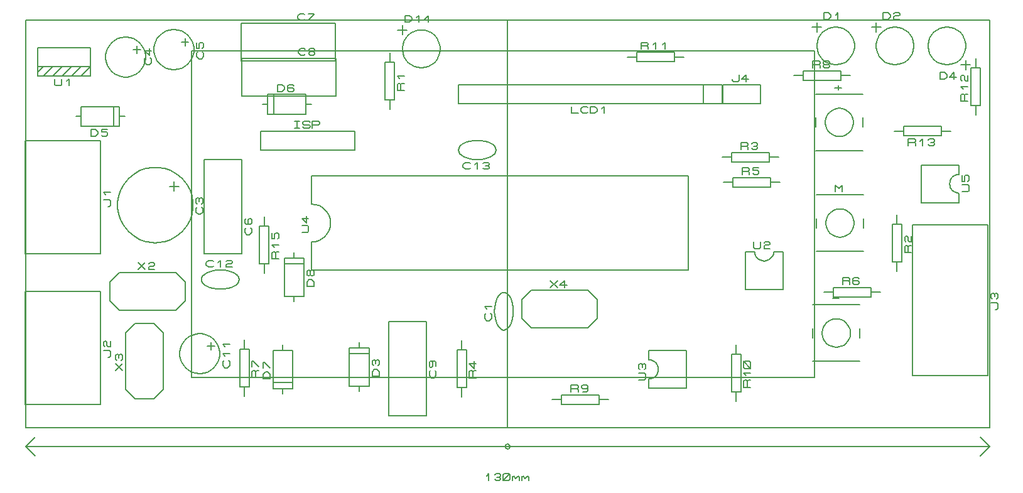
<source format=gbr>
G04 PROTEUS GERBER X2 FILE*
%TF.GenerationSoftware,Labcenter,Proteus,8.6-SP2-Build23525*%
%TF.CreationDate,2017-11-29T10:51:07+00:00*%
%TF.FileFunction,Legend,Top*%
%TF.FilePolarity,Positive*%
%TF.Part,Single*%
%FSLAX45Y45*%
%MOMM*%
G01*
%TA.AperFunction,Profile*%
%ADD27C,0.203200*%
%TA.AperFunction,Material*%
%ADD31C,0.203200*%
%TA.AperFunction,NonMaterial*%
%ADD32C,0.203200*%
%TD.AperFunction*%
D27*
X-8250000Y-4000000D02*
X+4750000Y-4000000D01*
X+4750000Y+1500000D01*
X-8250000Y+1500000D01*
X-8250000Y-4000000D01*
D31*
X-4139000Y-1238000D02*
X-4144080Y-1186248D01*
X-4158685Y-1138305D01*
X-4181862Y-1095125D01*
X-4212660Y-1057660D01*
X-4250125Y-1026862D01*
X-4293305Y-1003685D01*
X-4341248Y-989080D01*
X-4393000Y-984000D01*
X-4139000Y-1238000D02*
X-4144080Y-1290482D01*
X-4158685Y-1338767D01*
X-4181862Y-1381991D01*
X-4212660Y-1419292D01*
X-4250125Y-1449807D01*
X-4293305Y-1472672D01*
X-4341248Y-1487024D01*
X-4393000Y-1492000D01*
X-4393000Y-984000D02*
X-4393000Y-603000D01*
X+687000Y-603000D02*
X+687000Y-1873000D01*
X-4393000Y-1873000D02*
X-4393000Y-1492000D01*
X-4393000Y-603000D02*
X+687000Y-603000D01*
X-4393000Y-1873000D02*
X+687000Y-1873000D01*
X-4525080Y-1365000D02*
X-4448880Y-1365000D01*
X-4433640Y-1349125D01*
X-4433640Y-1285625D01*
X-4448880Y-1269750D01*
X-4525080Y-1269750D01*
X-4464120Y-1142750D02*
X-4464120Y-1238000D01*
X-4525080Y-1174500D01*
X-4433640Y-1174500D01*
D32*
X-8250000Y-4250000D02*
X+4750000Y-4250000D01*
X-8250000Y-4250000D02*
X-8123000Y-4377000D01*
X-8250000Y-4250000D02*
X-8123000Y-4123000D01*
X+4750000Y-4250000D02*
X+4623000Y-4123000D01*
X+4750000Y-4250000D02*
X+4623000Y-4377000D01*
X-1718250Y-4250000D02*
X-1718359Y-4247366D01*
X-1719249Y-4242097D01*
X-1721111Y-4236828D01*
X-1724154Y-4231559D01*
X-1728809Y-4226357D01*
X-1734078Y-4222531D01*
X-1739347Y-4220091D01*
X-1744616Y-4218710D01*
X-1749885Y-4218250D01*
X-1750000Y-4218250D01*
X-1781750Y-4250000D02*
X-1781641Y-4247366D01*
X-1780751Y-4242097D01*
X-1778889Y-4236828D01*
X-1775846Y-4231559D01*
X-1771191Y-4226357D01*
X-1765922Y-4222531D01*
X-1760653Y-4220091D01*
X-1755384Y-4218710D01*
X-1750115Y-4218250D01*
X-1750000Y-4218250D01*
X-1781750Y-4250000D02*
X-1781641Y-4252634D01*
X-1780751Y-4257903D01*
X-1778889Y-4263172D01*
X-1775846Y-4268441D01*
X-1771191Y-4273643D01*
X-1765922Y-4277469D01*
X-1760653Y-4279909D01*
X-1755384Y-4281290D01*
X-1750115Y-4281750D01*
X-1750000Y-4281750D01*
X-1718250Y-4250000D02*
X-1718359Y-4252634D01*
X-1719249Y-4257903D01*
X-1721111Y-4263172D01*
X-1724154Y-4268441D01*
X-1728809Y-4273643D01*
X-1734078Y-4277469D01*
X-1739347Y-4279909D01*
X-1744616Y-4281290D01*
X-1749885Y-4281750D01*
X-1750000Y-4281750D01*
X-2035750Y-4648400D02*
X-2004000Y-4617920D01*
X-2004000Y-4709360D01*
X-1924625Y-4633160D02*
X-1908750Y-4617920D01*
X-1861125Y-4617920D01*
X-1845250Y-4633160D01*
X-1845250Y-4648400D01*
X-1861125Y-4663640D01*
X-1845250Y-4678880D01*
X-1845250Y-4694120D01*
X-1861125Y-4709360D01*
X-1908750Y-4709360D01*
X-1924625Y-4694120D01*
X-1892875Y-4663640D02*
X-1861125Y-4663640D01*
X-1813500Y-4694120D02*
X-1813500Y-4633160D01*
X-1797625Y-4617920D01*
X-1734125Y-4617920D01*
X-1718250Y-4633160D01*
X-1718250Y-4694120D01*
X-1734125Y-4709360D01*
X-1797625Y-4709360D01*
X-1813500Y-4694120D01*
X-1813500Y-4709360D02*
X-1718250Y-4617920D01*
X-1686500Y-4709360D02*
X-1686500Y-4648400D01*
X-1686500Y-4663640D02*
X-1670625Y-4648400D01*
X-1638875Y-4678880D01*
X-1607125Y-4648400D01*
X-1591250Y-4663640D01*
X-1591250Y-4709360D01*
X-1559500Y-4709360D02*
X-1559500Y-4648400D01*
X-1559500Y-4663640D02*
X-1543625Y-4648400D01*
X-1511875Y-4678880D01*
X-1480125Y-4648400D01*
X-1464250Y-4663640D01*
X-1464250Y-4709360D01*
D31*
X-1750000Y-4000000D02*
X-1750000Y+1500000D01*
X-7239000Y-127000D02*
X-8255000Y-127000D01*
X-7239000Y-1651000D02*
X-8255000Y-1651000D01*
X-8255000Y-127000D02*
X-8255000Y-1651000D01*
X-7239000Y-1651000D02*
X-7239000Y-127000D01*
X-7137400Y-1016000D02*
X-7122160Y-1016000D01*
X-7106920Y-1000125D01*
X-7106920Y-936625D01*
X-7122160Y-920750D01*
X-7198360Y-920750D01*
X-7167880Y-857250D02*
X-7198360Y-825500D01*
X-7106920Y-825500D01*
X-7501080Y+65380D02*
X-6982920Y+65380D01*
X-6982920Y+332080D01*
X-7501080Y+332080D01*
X-7501080Y+65380D01*
X-7064200Y+67920D02*
X-7064200Y+329540D01*
X-6911800Y+200000D02*
X-6982920Y+200000D01*
X-7501080Y+200000D02*
X-7572200Y+200000D01*
X-7369000Y-66700D02*
X-7369000Y+24740D01*
X-7305500Y+24740D01*
X-7273750Y-5740D01*
X-7273750Y-36220D01*
X-7305500Y-66700D01*
X-7369000Y-66700D01*
X-7146750Y+24740D02*
X-7226125Y+24740D01*
X-7226125Y-5740D01*
X-7162625Y-5740D01*
X-7146750Y-20980D01*
X-7146750Y-51460D01*
X-7162625Y-66700D01*
X-7210250Y-66700D01*
X-7226125Y-51460D01*
X-5992000Y-996000D02*
X-5993553Y-956313D01*
X-6006150Y-876938D01*
X-6032360Y-797563D01*
X-6074695Y-718188D01*
X-6138778Y-638813D01*
X-6218142Y-573365D01*
X-6297517Y-530098D01*
X-6376892Y-503143D01*
X-6456267Y-489886D01*
X-6500000Y-488000D01*
X-7008000Y-996000D02*
X-7006447Y-956313D01*
X-6993850Y-876938D01*
X-6967640Y-797563D01*
X-6925305Y-718188D01*
X-6861222Y-638813D01*
X-6781858Y-573365D01*
X-6702483Y-530098D01*
X-6623108Y-503143D01*
X-6543733Y-489886D01*
X-6500000Y-488000D01*
X-7008000Y-996000D02*
X-7006447Y-1035687D01*
X-6993850Y-1115062D01*
X-6967640Y-1194437D01*
X-6925305Y-1273812D01*
X-6861222Y-1353187D01*
X-6781858Y-1418635D01*
X-6702483Y-1461902D01*
X-6623108Y-1488857D01*
X-6543733Y-1502114D01*
X-6500000Y-1504000D01*
X-5992000Y-996000D02*
X-5993553Y-1035687D01*
X-6006150Y-1115062D01*
X-6032360Y-1194437D01*
X-6074695Y-1273812D01*
X-6138778Y-1353187D01*
X-6218142Y-1418635D01*
X-6297517Y-1461902D01*
X-6376892Y-1488857D01*
X-6456267Y-1502114D01*
X-6500000Y-1504000D01*
X-6246000Y-678500D02*
X-6246000Y-805500D01*
X-6182500Y-742000D02*
X-6309500Y-742000D01*
X-5875160Y-1027490D02*
X-5859920Y-1043365D01*
X-5859920Y-1090990D01*
X-5890400Y-1122740D01*
X-5920880Y-1122740D01*
X-5951360Y-1090990D01*
X-5951360Y-1043365D01*
X-5936120Y-1027490D01*
X-5936120Y-979865D02*
X-5951360Y-963990D01*
X-5951360Y-916365D01*
X-5936120Y-900490D01*
X-5920880Y-900490D01*
X-5905640Y-916365D01*
X-5890400Y-900490D01*
X-5875160Y-900490D01*
X-5859920Y-916365D01*
X-5859920Y-963990D01*
X-5875160Y-979865D01*
X-5905640Y-948115D02*
X-5905640Y-916365D01*
X-5842000Y-1651000D02*
X-5334000Y-1651000D01*
X-5334000Y-381000D01*
X-5842000Y-381000D01*
X-5842000Y-1651000D01*
X-5217160Y-1301750D02*
X-5201920Y-1317625D01*
X-5201920Y-1365250D01*
X-5232400Y-1397000D01*
X-5262880Y-1397000D01*
X-5293360Y-1365250D01*
X-5293360Y-1317625D01*
X-5278120Y-1301750D01*
X-5278120Y-1174750D02*
X-5293360Y-1190625D01*
X-5293360Y-1238250D01*
X-5278120Y-1254125D01*
X-5217160Y-1254125D01*
X-5201920Y-1238250D01*
X-5201920Y-1190625D01*
X-5217160Y-1174750D01*
X-5232400Y-1174750D01*
X-5247640Y-1190625D01*
X-5247640Y-1254125D01*
X-8084200Y+873000D02*
X-7373000Y+873000D01*
X-7373000Y+1127000D01*
X-8084200Y+1127000D01*
X-8084200Y+873000D01*
X-7373000Y+873000D02*
X-7373000Y+746000D01*
X-8084200Y+746000D01*
X-8084200Y+873000D01*
X-7373000Y+873000D02*
X-7500000Y+746000D01*
X-7500000Y+873000D02*
X-7627000Y+746000D01*
X-7627000Y+873000D02*
X-7754000Y+746000D01*
X-7754000Y+873000D02*
X-7881000Y+746000D01*
X-7881000Y+873000D02*
X-8008000Y+746000D01*
X-8008000Y+873000D02*
X-8084200Y+796800D01*
X-7855600Y+705360D02*
X-7855600Y+629160D01*
X-7839725Y+613920D01*
X-7776225Y+613920D01*
X-7760350Y+629160D01*
X-7760350Y+705360D01*
X-7696850Y+674880D02*
X-7665100Y+705360D01*
X-7665100Y+613920D01*
X-6630000Y+1000000D02*
X-6630876Y+1021729D01*
X-6637988Y+1065189D01*
X-6652825Y+1108649D01*
X-6676924Y+1152109D01*
X-6713731Y+1195458D01*
X-6757191Y+1229141D01*
X-6800651Y+1251057D01*
X-6844111Y+1264152D01*
X-6887571Y+1269714D01*
X-6900000Y+1270000D01*
X-7170000Y+1000000D02*
X-7169124Y+1021729D01*
X-7162012Y+1065189D01*
X-7147175Y+1108649D01*
X-7123076Y+1152109D01*
X-7086269Y+1195458D01*
X-7042809Y+1229141D01*
X-6999349Y+1251057D01*
X-6955889Y+1264152D01*
X-6912429Y+1269714D01*
X-6900000Y+1270000D01*
X-7170000Y+1000000D02*
X-7169124Y+978271D01*
X-7162012Y+934811D01*
X-7147175Y+891351D01*
X-7123076Y+847891D01*
X-7086269Y+804542D01*
X-7042809Y+770859D01*
X-6999349Y+748943D01*
X-6955889Y+735848D01*
X-6912429Y+730286D01*
X-6900000Y+730000D01*
X-6630000Y+1000000D02*
X-6630876Y+978271D01*
X-6637988Y+934811D01*
X-6652825Y+891351D01*
X-6676924Y+847891D01*
X-6713731Y+804542D01*
X-6757191Y+770859D01*
X-6800651Y+748943D01*
X-6844111Y+735848D01*
X-6887571Y+730286D01*
X-6900000Y+730000D01*
X-6700000Y+1100000D02*
X-6800000Y+1100000D01*
X-6750000Y+1150000D02*
X-6750000Y+1050000D01*
X-6567160Y+987890D02*
X-6551920Y+972015D01*
X-6551920Y+924390D01*
X-6582400Y+892640D01*
X-6612880Y+892640D01*
X-6643360Y+924390D01*
X-6643360Y+972015D01*
X-6628120Y+987890D01*
X-6582400Y+1114890D02*
X-6582400Y+1019640D01*
X-6643360Y+1083140D01*
X-6551920Y+1083140D01*
X-5980000Y+1100000D02*
X-5980876Y+1121729D01*
X-5987988Y+1165189D01*
X-6002825Y+1208649D01*
X-6026924Y+1252109D01*
X-6063731Y+1295458D01*
X-6107191Y+1329141D01*
X-6150651Y+1351057D01*
X-6194111Y+1364152D01*
X-6237571Y+1369714D01*
X-6250000Y+1370000D01*
X-6520000Y+1100000D02*
X-6519124Y+1121729D01*
X-6512012Y+1165189D01*
X-6497175Y+1208649D01*
X-6473076Y+1252109D01*
X-6436269Y+1295458D01*
X-6392809Y+1329141D01*
X-6349349Y+1351057D01*
X-6305889Y+1364152D01*
X-6262429Y+1369714D01*
X-6250000Y+1370000D01*
X-6520000Y+1100000D02*
X-6519124Y+1078271D01*
X-6512012Y+1034811D01*
X-6497175Y+991351D01*
X-6473076Y+947891D01*
X-6436269Y+904542D01*
X-6392809Y+870859D01*
X-6349349Y+848943D01*
X-6305889Y+835848D01*
X-6262429Y+830286D01*
X-6250000Y+830000D01*
X-5980000Y+1100000D02*
X-5980876Y+1078271D01*
X-5987988Y+1034811D01*
X-6002825Y+991351D01*
X-6026924Y+947891D01*
X-6063731Y+904542D01*
X-6107191Y+870859D01*
X-6150651Y+848943D01*
X-6194111Y+835848D01*
X-6237571Y+830286D01*
X-6250000Y+830000D01*
X-6050000Y+1200000D02*
X-6150000Y+1200000D01*
X-6100000Y+1250000D02*
X-6100000Y+1150000D01*
X-5863160Y+1069190D02*
X-5847920Y+1053315D01*
X-5847920Y+1005690D01*
X-5878400Y+973940D01*
X-5908880Y+973940D01*
X-5939360Y+1005690D01*
X-5939360Y+1053315D01*
X-5924120Y+1069190D01*
X-5939360Y+1196190D02*
X-5939360Y+1116815D01*
X-5908880Y+1116815D01*
X-5908880Y+1180315D01*
X-5893640Y+1196190D01*
X-5863160Y+1196190D01*
X-5847920Y+1180315D01*
X-5847920Y+1132690D01*
X-5863160Y+1116815D01*
X-5343000Y+946000D02*
X-4073000Y+946000D01*
X-4073000Y+1454000D01*
X-5343000Y+1454000D01*
X-5343000Y+946000D01*
X-4485750Y+1509880D02*
X-4501625Y+1494640D01*
X-4549250Y+1494640D01*
X-4581000Y+1525120D01*
X-4581000Y+1555600D01*
X-4549250Y+1586080D01*
X-4501625Y+1586080D01*
X-4485750Y+1570840D01*
X-4438125Y+1586080D02*
X-4358750Y+1586080D01*
X-4358750Y+1570840D01*
X-4438125Y+1494640D01*
X-5334000Y+476000D02*
X-4064000Y+476000D01*
X-4064000Y+984000D01*
X-5334000Y+984000D01*
X-5334000Y+476000D01*
X-4476750Y+1039880D02*
X-4492625Y+1024640D01*
X-4540250Y+1024640D01*
X-4572000Y+1055120D01*
X-4572000Y+1085600D01*
X-4540250Y+1116080D01*
X-4492625Y+1116080D01*
X-4476750Y+1100840D01*
X-4413250Y+1070360D02*
X-4429125Y+1085600D01*
X-4429125Y+1100840D01*
X-4413250Y+1116080D01*
X-4365625Y+1116080D01*
X-4349750Y+1100840D01*
X-4349750Y+1085600D01*
X-4365625Y+1070360D01*
X-4413250Y+1070360D01*
X-4429125Y+1055120D01*
X-4429125Y+1039880D01*
X-4413250Y+1024640D01*
X-4365625Y+1024640D01*
X-4349750Y+1039880D01*
X-4349750Y+1055120D01*
X-4365625Y+1070360D01*
X-4987080Y+227920D02*
X-4468920Y+227920D01*
X-4468920Y+494620D01*
X-4987080Y+494620D01*
X-4987080Y+227920D01*
X-4905800Y+492080D02*
X-4905800Y+230460D01*
X-5058200Y+360000D02*
X-4987080Y+360000D01*
X-4468920Y+360000D02*
X-4397800Y+360000D01*
X-4855000Y+535260D02*
X-4855000Y+626700D01*
X-4791500Y+626700D01*
X-4759750Y+596220D01*
X-4759750Y+565740D01*
X-4791500Y+535260D01*
X-4855000Y+535260D01*
X-4632750Y+611460D02*
X-4648625Y+626700D01*
X-4696250Y+626700D01*
X-4712125Y+611460D01*
X-4712125Y+550500D01*
X-4696250Y+535260D01*
X-4648625Y+535260D01*
X-4632750Y+550500D01*
X-4632750Y+565740D01*
X-4648625Y+580980D01*
X-4712125Y+580980D01*
X-3340000Y+1059000D02*
X-3340000Y+932000D01*
X-3403500Y+424000D02*
X-3276500Y+424000D01*
X-3276500Y+932000D01*
X-3403500Y+932000D01*
X-3403500Y+424000D01*
X-3340000Y+424000D02*
X-3340000Y+297000D01*
X-3144420Y+551000D02*
X-3235860Y+551000D01*
X-3235860Y+630375D01*
X-3220620Y+646250D01*
X-3205380Y+646250D01*
X-3190140Y+630375D01*
X-3190140Y+551000D01*
X-3190140Y+630375D02*
X-3174900Y+646250D01*
X-3144420Y+646250D01*
X-3205380Y+709750D02*
X-3235860Y+741500D01*
X-3144420Y+741500D01*
X-2659000Y+1110000D02*
X-2659827Y+1130483D01*
X-2666545Y+1171450D01*
X-2680563Y+1212417D01*
X-2703341Y+1253384D01*
X-2738141Y+1294229D01*
X-2779108Y+1325845D01*
X-2820075Y+1346392D01*
X-2861042Y+1358629D01*
X-2902009Y+1363762D01*
X-2913000Y+1364000D01*
X-3167000Y+1110000D02*
X-3166173Y+1130483D01*
X-3159455Y+1171450D01*
X-3145437Y+1212417D01*
X-3122659Y+1253384D01*
X-3087859Y+1294229D01*
X-3046892Y+1325845D01*
X-3005925Y+1346392D01*
X-2964958Y+1358629D01*
X-2923991Y+1363762D01*
X-2913000Y+1364000D01*
X-3167000Y+1110000D02*
X-3166173Y+1089517D01*
X-3159455Y+1048550D01*
X-3145437Y+1007583D01*
X-3122659Y+966616D01*
X-3087859Y+925771D01*
X-3046892Y+894155D01*
X-3005925Y+873608D01*
X-2964958Y+861371D01*
X-2923991Y+856238D01*
X-2913000Y+856000D01*
X-2659000Y+1110000D02*
X-2659827Y+1089517D01*
X-2666545Y+1048550D01*
X-2680563Y+1007583D01*
X-2703341Y+966616D01*
X-2738141Y+925771D01*
X-2779108Y+894155D01*
X-2820075Y+873608D01*
X-2861042Y+861371D01*
X-2902009Y+856238D01*
X-2913000Y+856000D01*
X-3230500Y+1364000D02*
X-3103500Y+1364000D01*
X-3167000Y+1427500D02*
X-3167000Y+1300500D01*
X-3135250Y+1468140D02*
X-3135250Y+1559580D01*
X-3071750Y+1559580D01*
X-3040000Y+1529100D01*
X-3040000Y+1498620D01*
X-3071750Y+1468140D01*
X-3135250Y+1468140D01*
X-2976500Y+1529100D02*
X-2944750Y+1559580D01*
X-2944750Y+1468140D01*
X-2786000Y+1498620D02*
X-2881250Y+1498620D01*
X-2817750Y+1559580D01*
X-2817750Y+1468140D01*
X+4337000Y-836000D02*
X+4337000Y-963000D01*
X+3829000Y-963000D01*
X+3829000Y-455000D01*
X+4337000Y-455000D01*
X+4337000Y-582000D01*
X+4210000Y-709000D02*
X+4212436Y-734876D01*
X+4219485Y-758848D01*
X+4230762Y-780438D01*
X+4245878Y-799170D01*
X+4264446Y-814569D01*
X+4286081Y-826158D01*
X+4310394Y-833460D01*
X+4337000Y-836000D01*
X+4210000Y-709000D02*
X+4212436Y-682394D01*
X+4219485Y-658081D01*
X+4230762Y-636446D01*
X+4245878Y-617878D01*
X+4264446Y-602762D01*
X+4286081Y-591485D01*
X+4310394Y-584436D01*
X+4337000Y-582000D01*
X+4377640Y-818000D02*
X+4453840Y-818000D01*
X+4469080Y-802125D01*
X+4469080Y-738625D01*
X+4453840Y-722750D01*
X+4377640Y-722750D01*
X+4377640Y-595750D02*
X+4377640Y-675125D01*
X+4408120Y-675125D01*
X+4408120Y-611625D01*
X+4423360Y-595750D01*
X+4453840Y-595750D01*
X+4469080Y-611625D01*
X+4469080Y-659250D01*
X+4453840Y-675125D01*
X+4560000Y+217000D02*
X+4560000Y+344000D01*
X+4496500Y+344000D02*
X+4623500Y+344000D01*
X+4623500Y+852000D01*
X+4496500Y+852000D01*
X+4496500Y+344000D01*
X+4560000Y+852000D02*
X+4560000Y+979000D01*
X+4455860Y+407500D02*
X+4364420Y+407500D01*
X+4364420Y+486875D01*
X+4379660Y+502750D01*
X+4394900Y+502750D01*
X+4410140Y+486875D01*
X+4410140Y+407500D01*
X+4410140Y+486875D02*
X+4425380Y+502750D01*
X+4455860Y+502750D01*
X+4394900Y+566250D02*
X+4364420Y+598000D01*
X+4455860Y+598000D01*
X+4379660Y+677375D02*
X+4364420Y+693250D01*
X+4364420Y+740875D01*
X+4379660Y+756750D01*
X+4394900Y+756750D01*
X+4410140Y+740875D01*
X+4410140Y+693250D01*
X+4425380Y+677375D01*
X+4455860Y+677375D01*
X+4455860Y+756750D01*
X+4223000Y+0D02*
X+4096000Y+0D01*
X+3588000Y-63500D02*
X+4096000Y-63500D01*
X+4096000Y+63500D01*
X+3588000Y+63500D01*
X+3588000Y-63500D01*
X+3588000Y+0D02*
X+3461000Y+0D01*
X+3651500Y-195580D02*
X+3651500Y-104140D01*
X+3730875Y-104140D01*
X+3746750Y-119380D01*
X+3746750Y-134620D01*
X+3730875Y-149860D01*
X+3651500Y-149860D01*
X+3730875Y-149860D02*
X+3746750Y-165100D01*
X+3746750Y-195580D01*
X+3810250Y-134620D02*
X+3842000Y-104140D01*
X+3842000Y-195580D01*
X+3921375Y-119380D02*
X+3937250Y-104140D01*
X+3984875Y-104140D01*
X+4000750Y-119380D01*
X+4000750Y-134620D01*
X+3984875Y-149860D01*
X+4000750Y-165100D01*
X+4000750Y-180340D01*
X+3984875Y-195580D01*
X+3937250Y-195580D01*
X+3921375Y-180340D01*
X+3953125Y-149860D02*
X+3984875Y-149860D01*
X+3500000Y-1127000D02*
X+3500000Y-1254000D01*
X+3436500Y-1762000D02*
X+3563500Y-1762000D01*
X+3563500Y-1254000D01*
X+3436500Y-1254000D01*
X+3436500Y-1762000D01*
X+3500000Y-1762000D02*
X+3500000Y-1889000D01*
X+3695580Y-1635000D02*
X+3604140Y-1635000D01*
X+3604140Y-1555625D01*
X+3619380Y-1539750D01*
X+3634620Y-1539750D01*
X+3649860Y-1555625D01*
X+3649860Y-1635000D01*
X+3649860Y-1555625D02*
X+3665100Y-1539750D01*
X+3695580Y-1539750D01*
X+3619380Y-1492125D02*
X+3604140Y-1476250D01*
X+3604140Y-1428625D01*
X+3619380Y-1412750D01*
X+3634620Y-1412750D01*
X+3649860Y-1428625D01*
X+3649860Y-1476250D01*
X+3665100Y-1492125D01*
X+3695580Y-1492125D01*
X+3695580Y-1412750D01*
X+4427000Y+1150000D02*
X+4426173Y+1170483D01*
X+4419455Y+1211450D01*
X+4405437Y+1252417D01*
X+4382659Y+1293384D01*
X+4347859Y+1334229D01*
X+4306892Y+1365845D01*
X+4265925Y+1386392D01*
X+4224958Y+1398629D01*
X+4183991Y+1403762D01*
X+4173000Y+1404000D01*
X+3919000Y+1150000D02*
X+3919827Y+1170483D01*
X+3926545Y+1211450D01*
X+3940563Y+1252417D01*
X+3963341Y+1293384D01*
X+3998141Y+1334229D01*
X+4039108Y+1365845D01*
X+4080075Y+1386392D01*
X+4121042Y+1398629D01*
X+4162009Y+1403762D01*
X+4173000Y+1404000D01*
X+3919000Y+1150000D02*
X+3919827Y+1129517D01*
X+3926545Y+1088550D01*
X+3940563Y+1047583D01*
X+3963341Y+1006616D01*
X+3998141Y+965771D01*
X+4039108Y+934155D01*
X+4080075Y+913608D01*
X+4121042Y+901371D01*
X+4162009Y+896238D01*
X+4173000Y+896000D01*
X+4427000Y+1150000D02*
X+4426173Y+1129517D01*
X+4419455Y+1088550D01*
X+4405437Y+1047583D01*
X+4382659Y+1006616D01*
X+4347859Y+965771D01*
X+4306892Y+934155D01*
X+4265925Y+913608D01*
X+4224958Y+901371D01*
X+4183991Y+896238D01*
X+4173000Y+896000D01*
X+4490500Y+896000D02*
X+4363500Y+896000D01*
X+4427000Y+832500D02*
X+4427000Y+959500D01*
X+4077750Y+700420D02*
X+4077750Y+791860D01*
X+4141250Y+791860D01*
X+4173000Y+761380D01*
X+4173000Y+730900D01*
X+4141250Y+700420D01*
X+4077750Y+700420D01*
X+4300000Y+730900D02*
X+4204750Y+730900D01*
X+4268250Y+791860D01*
X+4268250Y+700420D01*
X+1836000Y-1623000D02*
X+1963000Y-1623000D01*
X+1963000Y-2131000D01*
X+1455000Y-2131000D01*
X+1455000Y-1623000D01*
X+1582000Y-1623000D01*
X+1709000Y-1750000D02*
X+1734876Y-1747564D01*
X+1758848Y-1740515D01*
X+1780438Y-1729238D01*
X+1799170Y-1714122D01*
X+1814569Y-1695554D01*
X+1826158Y-1673919D01*
X+1833460Y-1649606D01*
X+1836000Y-1623000D01*
X+1709000Y-1750000D02*
X+1682394Y-1747564D01*
X+1658081Y-1740515D01*
X+1636446Y-1729238D01*
X+1617878Y-1714122D01*
X+1602762Y-1695554D01*
X+1591485Y-1673919D01*
X+1584436Y-1649606D01*
X+1582000Y-1623000D01*
X+1564000Y-1490920D02*
X+1564000Y-1567120D01*
X+1579875Y-1582360D01*
X+1643375Y-1582360D01*
X+1659250Y-1567120D01*
X+1659250Y-1490920D01*
X+1706875Y-1506160D02*
X+1722750Y-1490920D01*
X+1770375Y-1490920D01*
X+1786250Y-1506160D01*
X+1786250Y-1521400D01*
X+1770375Y-1536640D01*
X+1722750Y-1536640D01*
X+1706875Y-1551880D01*
X+1706875Y-1582360D01*
X+1786250Y-1582360D01*
X+2511000Y-2170000D02*
X+2638000Y-2170000D01*
X+2638000Y-2233500D02*
X+3146000Y-2233500D01*
X+3146000Y-2106500D01*
X+2638000Y-2106500D01*
X+2638000Y-2233500D01*
X+3146000Y-2170000D02*
X+3273000Y-2170000D01*
X+2765000Y-2065860D02*
X+2765000Y-1974420D01*
X+2844375Y-1974420D01*
X+2860250Y-1989660D01*
X+2860250Y-2004900D01*
X+2844375Y-2020140D01*
X+2765000Y-2020140D01*
X+2844375Y-2020140D02*
X+2860250Y-2035380D01*
X+2860250Y-2065860D01*
X+2987250Y-1989660D02*
X+2971375Y-1974420D01*
X+2923750Y-1974420D01*
X+2907875Y-1989660D01*
X+2907875Y-2050620D01*
X+2923750Y-2065860D01*
X+2971375Y-2065860D01*
X+2987250Y-2050620D01*
X+2987250Y-2035380D01*
X+2971375Y-2020140D01*
X+2907875Y-2020140D01*
X+1141000Y-350000D02*
X+1268000Y-350000D01*
X+1268000Y-413500D02*
X+1776000Y-413500D01*
X+1776000Y-286500D01*
X+1268000Y-286500D01*
X+1268000Y-413500D01*
X+1776000Y-350000D02*
X+1903000Y-350000D01*
X+1395000Y-245860D02*
X+1395000Y-154420D01*
X+1474375Y-154420D01*
X+1490250Y-169660D01*
X+1490250Y-184900D01*
X+1474375Y-200140D01*
X+1395000Y-200140D01*
X+1474375Y-200140D02*
X+1490250Y-215380D01*
X+1490250Y-245860D01*
X+1537875Y-169660D02*
X+1553750Y-154420D01*
X+1601375Y-154420D01*
X+1617250Y-169660D01*
X+1617250Y-184900D01*
X+1601375Y-200140D01*
X+1617250Y-215380D01*
X+1617250Y-230620D01*
X+1601375Y-245860D01*
X+1553750Y-245860D01*
X+1537875Y-230620D01*
X+1569625Y-200140D02*
X+1601375Y-200140D01*
X+1161000Y-690000D02*
X+1288000Y-690000D01*
X+1288000Y-753500D02*
X+1796000Y-753500D01*
X+1796000Y-626500D01*
X+1288000Y-626500D01*
X+1288000Y-753500D01*
X+1796000Y-690000D02*
X+1923000Y-690000D01*
X+1415000Y-585860D02*
X+1415000Y-494420D01*
X+1494375Y-494420D01*
X+1510250Y-509660D01*
X+1510250Y-524900D01*
X+1494375Y-540140D01*
X+1415000Y-540140D01*
X+1494375Y-540140D02*
X+1510250Y-555380D01*
X+1510250Y-585860D01*
X+1637250Y-494420D02*
X+1557875Y-494420D01*
X+1557875Y-524900D01*
X+1621375Y-524900D01*
X+1637250Y-540140D01*
X+1637250Y-570620D01*
X+1621375Y-585860D01*
X+1573750Y-585860D01*
X+1557875Y-570620D01*
X+2927000Y+1150000D02*
X+2926173Y+1170483D01*
X+2919455Y+1211450D01*
X+2905437Y+1252417D01*
X+2882659Y+1293384D01*
X+2847859Y+1334229D01*
X+2806892Y+1365845D01*
X+2765925Y+1386392D01*
X+2724958Y+1398629D01*
X+2683991Y+1403762D01*
X+2673000Y+1404000D01*
X+2419000Y+1150000D02*
X+2419827Y+1170483D01*
X+2426545Y+1211450D01*
X+2440563Y+1252417D01*
X+2463341Y+1293384D01*
X+2498141Y+1334229D01*
X+2539108Y+1365845D01*
X+2580075Y+1386392D01*
X+2621042Y+1398629D01*
X+2662009Y+1403762D01*
X+2673000Y+1404000D01*
X+2419000Y+1150000D02*
X+2419827Y+1129517D01*
X+2426545Y+1088550D01*
X+2440563Y+1047583D01*
X+2463341Y+1006616D01*
X+2498141Y+965771D01*
X+2539108Y+934155D01*
X+2580075Y+913608D01*
X+2621042Y+901371D01*
X+2662009Y+896238D01*
X+2673000Y+896000D01*
X+2927000Y+1150000D02*
X+2926173Y+1129517D01*
X+2919455Y+1088550D01*
X+2905437Y+1047583D01*
X+2882659Y+1006616D01*
X+2847859Y+965771D01*
X+2806892Y+934155D01*
X+2765925Y+913608D01*
X+2724958Y+901371D01*
X+2683991Y+896238D01*
X+2673000Y+896000D01*
X+2355500Y+1404000D02*
X+2482500Y+1404000D01*
X+2419000Y+1467500D02*
X+2419000Y+1340500D01*
X+2514250Y+1508140D02*
X+2514250Y+1599580D01*
X+2577750Y+1599580D01*
X+2609500Y+1569100D01*
X+2609500Y+1538620D01*
X+2577750Y+1508140D01*
X+2514250Y+1508140D01*
X+2673000Y+1569100D02*
X+2704750Y+1599580D01*
X+2704750Y+1508140D01*
X-7239000Y-2159000D02*
X-8255000Y-2159000D01*
X-7239000Y-3683000D02*
X-8255000Y-3683000D01*
X-8255000Y-2159000D02*
X-8255000Y-3683000D01*
X-7239000Y-3683000D02*
X-7239000Y-2159000D01*
X-7137400Y-3048000D02*
X-7122160Y-3048000D01*
X-7106920Y-3032125D01*
X-7106920Y-2968625D01*
X-7122160Y-2952750D01*
X-7198360Y-2952750D01*
X-7183120Y-2905125D02*
X-7198360Y-2889250D01*
X-7198360Y-2841625D01*
X-7183120Y-2825750D01*
X-7167880Y-2825750D01*
X-7152640Y-2841625D01*
X-7152640Y-2889250D01*
X-7137400Y-2905125D01*
X-7106920Y-2905125D01*
X-7106920Y-2825750D01*
X-6985000Y-1905000D02*
X-6223000Y-1905000D01*
X-6096000Y-2032000D01*
X-6096000Y-2286000D01*
X-6223000Y-2413000D01*
X-6985000Y-2413000D01*
X-7112000Y-2286000D01*
X-7112000Y-2032000D01*
X-6985000Y-1905000D01*
X-6731000Y-1772920D02*
X-6635750Y-1864360D01*
X-6731000Y-1864360D02*
X-6635750Y-1772920D01*
X-6588125Y-1788160D02*
X-6572250Y-1772920D01*
X-6524625Y-1772920D01*
X-6508750Y-1788160D01*
X-6508750Y-1803400D01*
X-6524625Y-1818640D01*
X-6572250Y-1818640D01*
X-6588125Y-1833880D01*
X-6588125Y-1864360D01*
X-6508750Y-1864360D01*
X-6904000Y-3485000D02*
X-6904000Y-2723000D01*
X-6777000Y-2596000D01*
X-6523000Y-2596000D01*
X-6396000Y-2723000D01*
X-6396000Y-3485000D01*
X-6523000Y-3612000D01*
X-6777000Y-3612000D01*
X-6904000Y-3485000D01*
X-7036080Y-3231000D02*
X-6944640Y-3135750D01*
X-6944640Y-3231000D02*
X-7036080Y-3135750D01*
X-7020840Y-3088125D02*
X-7036080Y-3072250D01*
X-7036080Y-3024625D01*
X-7020840Y-3008750D01*
X-7005600Y-3008750D01*
X-6990360Y-3024625D01*
X-6975120Y-3008750D01*
X-6959880Y-3008750D01*
X-6944640Y-3024625D01*
X-6944640Y-3072250D01*
X-6959880Y-3088125D01*
X-6990360Y-3056375D02*
X-6990360Y-3024625D01*
X-5630000Y-3000000D02*
X-5630876Y-2978271D01*
X-5637988Y-2934811D01*
X-5652825Y-2891351D01*
X-5676924Y-2847891D01*
X-5713731Y-2804542D01*
X-5757191Y-2770859D01*
X-5800651Y-2748943D01*
X-5844111Y-2735848D01*
X-5887571Y-2730286D01*
X-5900000Y-2730000D01*
X-6170000Y-3000000D02*
X-6169124Y-2978271D01*
X-6162012Y-2934811D01*
X-6147175Y-2891351D01*
X-6123076Y-2847891D01*
X-6086269Y-2804542D01*
X-6042809Y-2770859D01*
X-5999349Y-2748943D01*
X-5955889Y-2735848D01*
X-5912429Y-2730286D01*
X-5900000Y-2730000D01*
X-6170000Y-3000000D02*
X-6169124Y-3021729D01*
X-6162012Y-3065189D01*
X-6147175Y-3108649D01*
X-6123076Y-3152109D01*
X-6086269Y-3195458D01*
X-6042809Y-3229141D01*
X-5999349Y-3251057D01*
X-5955889Y-3264152D01*
X-5912429Y-3269714D01*
X-5900000Y-3270000D01*
X-5630000Y-3000000D02*
X-5630876Y-3021729D01*
X-5637988Y-3065189D01*
X-5652825Y-3108649D01*
X-5676924Y-3152109D01*
X-5713731Y-3195458D01*
X-5757191Y-3229141D01*
X-5800651Y-3251057D01*
X-5844111Y-3264152D01*
X-5887571Y-3269714D01*
X-5900000Y-3270000D01*
X-5700000Y-2900000D02*
X-5800000Y-2900000D01*
X-5750000Y-2850000D02*
X-5750000Y-2950000D01*
X-5513160Y-3094310D02*
X-5497920Y-3110185D01*
X-5497920Y-3157810D01*
X-5528400Y-3189560D01*
X-5558880Y-3189560D01*
X-5589360Y-3157810D01*
X-5589360Y-3110185D01*
X-5574120Y-3094310D01*
X-5558880Y-3030810D02*
X-5589360Y-2999060D01*
X-5497920Y-2999060D01*
X-5558880Y-2903810D02*
X-5589360Y-2872060D01*
X-5497920Y-2872060D01*
X-5300000Y-2811000D02*
X-5300000Y-2938000D01*
X-5363500Y-3446000D02*
X-5236500Y-3446000D01*
X-5236500Y-2938000D01*
X-5363500Y-2938000D01*
X-5363500Y-3446000D01*
X-5300000Y-3446000D02*
X-5300000Y-3573000D01*
X-5104420Y-3319000D02*
X-5195860Y-3319000D01*
X-5195860Y-3239625D01*
X-5180620Y-3223750D01*
X-5165380Y-3223750D01*
X-5150140Y-3239625D01*
X-5150140Y-3319000D01*
X-5150140Y-3239625D02*
X-5134900Y-3223750D01*
X-5104420Y-3223750D01*
X-5195860Y-3176125D02*
X-5195860Y-3096750D01*
X-5180620Y-3096750D01*
X-5104420Y-3176125D01*
X-4914620Y-3471080D02*
X-4647920Y-3471080D01*
X-4647920Y-2952920D01*
X-4914620Y-2952920D01*
X-4914620Y-3471080D01*
X-4912080Y-3389800D02*
X-4650460Y-3389800D01*
X-4780000Y-3542200D02*
X-4780000Y-3471080D01*
X-4780000Y-2952920D02*
X-4780000Y-2881800D01*
X-4955260Y-3339000D02*
X-5046700Y-3339000D01*
X-5046700Y-3275500D01*
X-5016220Y-3243750D01*
X-4985740Y-3243750D01*
X-4955260Y-3275500D01*
X-4955260Y-3339000D01*
X-5046700Y-3196125D02*
X-5046700Y-3116750D01*
X-5031460Y-3116750D01*
X-4955260Y-3196125D01*
X-4762080Y-2227080D02*
X-4495380Y-2227080D01*
X-4495380Y-1708920D01*
X-4762080Y-1708920D01*
X-4762080Y-2227080D01*
X-4497920Y-1790200D02*
X-4759540Y-1790200D01*
X-4630000Y-1637800D02*
X-4630000Y-1708920D01*
X-4630000Y-2227080D02*
X-4630000Y-2298200D01*
X-4363300Y-2095000D02*
X-4454740Y-2095000D01*
X-4454740Y-2031500D01*
X-4424260Y-1999750D01*
X-4393780Y-1999750D01*
X-4363300Y-2031500D01*
X-4363300Y-2095000D01*
X-4409020Y-1936250D02*
X-4424260Y-1952125D01*
X-4439500Y-1952125D01*
X-4454740Y-1936250D01*
X-4454740Y-1888625D01*
X-4439500Y-1872750D01*
X-4424260Y-1872750D01*
X-4409020Y-1888625D01*
X-4409020Y-1936250D01*
X-4393780Y-1952125D01*
X-4378540Y-1952125D01*
X-4363300Y-1936250D01*
X-4363300Y-1888625D01*
X-4378540Y-1872750D01*
X-4393780Y-1872750D01*
X-4409020Y-1888625D01*
X-3882080Y-3437080D02*
X-3615380Y-3437080D01*
X-3615380Y-2918920D01*
X-3882080Y-2918920D01*
X-3882080Y-3437080D01*
X-3617920Y-3000200D02*
X-3879540Y-3000200D01*
X-3750000Y-2847800D02*
X-3750000Y-2918920D01*
X-3750000Y-3437080D02*
X-3750000Y-3508200D01*
X-3483300Y-3305000D02*
X-3574740Y-3305000D01*
X-3574740Y-3241500D01*
X-3544260Y-3209750D01*
X-3513780Y-3209750D01*
X-3483300Y-3241500D01*
X-3483300Y-3305000D01*
X-3559500Y-3162125D02*
X-3574740Y-3146250D01*
X-3574740Y-3098625D01*
X-3559500Y-3082750D01*
X-3544260Y-3082750D01*
X-3529020Y-3098625D01*
X-3513780Y-3082750D01*
X-3498540Y-3082750D01*
X-3483300Y-3098625D01*
X-3483300Y-3146250D01*
X-3498540Y-3162125D01*
X-3529020Y-3130375D02*
X-3529020Y-3098625D01*
X-3354000Y-3833000D02*
X-2846000Y-3833000D01*
X-2846000Y-2563000D01*
X-3354000Y-2563000D01*
X-3354000Y-3833000D01*
X-2729160Y-3229750D02*
X-2713920Y-3245625D01*
X-2713920Y-3293250D01*
X-2744400Y-3325000D01*
X-2774880Y-3325000D01*
X-2805360Y-3293250D01*
X-2805360Y-3245625D01*
X-2790120Y-3229750D01*
X-2774880Y-3102750D02*
X-2759640Y-3118625D01*
X-2759640Y-3166250D01*
X-2774880Y-3182125D01*
X-2790120Y-3182125D01*
X-2805360Y-3166250D01*
X-2805360Y-3118625D01*
X-2790120Y-3102750D01*
X-2729160Y-3102750D01*
X-2713920Y-3118625D01*
X-2713920Y-3166250D01*
X-2370000Y-2817000D02*
X-2370000Y-2944000D01*
X-2433500Y-3452000D02*
X-2306500Y-3452000D01*
X-2306500Y-2944000D01*
X-2433500Y-2944000D01*
X-2433500Y-3452000D01*
X-2370000Y-3452000D02*
X-2370000Y-3579000D01*
X-2174420Y-3325000D02*
X-2265860Y-3325000D01*
X-2265860Y-3245625D01*
X-2250620Y-3229750D01*
X-2235380Y-3229750D01*
X-2220140Y-3245625D01*
X-2220140Y-3325000D01*
X-2220140Y-3245625D02*
X-2204900Y-3229750D01*
X-2174420Y-3229750D01*
X-2204900Y-3102750D02*
X-2204900Y-3198000D01*
X-2265860Y-3134500D01*
X-2174420Y-3134500D01*
X-5030000Y-1151000D02*
X-5030000Y-1278000D01*
X-5093500Y-1786000D02*
X-4966500Y-1786000D01*
X-4966500Y-1278000D01*
X-5093500Y-1278000D01*
X-5093500Y-1786000D01*
X-5030000Y-1786000D02*
X-5030000Y-1913000D01*
X-4834420Y-1722500D02*
X-4925860Y-1722500D01*
X-4925860Y-1643125D01*
X-4910620Y-1627250D01*
X-4895380Y-1627250D01*
X-4880140Y-1643125D01*
X-4880140Y-1722500D01*
X-4880140Y-1643125D02*
X-4864900Y-1627250D01*
X-4834420Y-1627250D01*
X-4895380Y-1563750D02*
X-4925860Y-1532000D01*
X-4834420Y-1532000D01*
X-4925860Y-1373250D02*
X-4925860Y-1452625D01*
X-4895380Y-1452625D01*
X-4895380Y-1389125D01*
X-4880140Y-1373250D01*
X-4849660Y-1373250D01*
X-4834420Y-1389125D01*
X-4834420Y-1436750D01*
X-4849660Y-1452625D01*
X-5877000Y-2000000D02*
X-5871920Y-1974124D01*
X-5857315Y-1950152D01*
X-5834138Y-1928562D01*
X-5803340Y-1909830D01*
X-5765875Y-1894431D01*
X-5722695Y-1882842D01*
X-5674752Y-1875540D01*
X-5623000Y-1873000D01*
X-5369000Y-2000000D02*
X-5374080Y-1974124D01*
X-5388685Y-1950152D01*
X-5411862Y-1928562D01*
X-5442660Y-1909830D01*
X-5480125Y-1894431D01*
X-5523305Y-1882842D01*
X-5571248Y-1875540D01*
X-5623000Y-1873000D01*
X-5877000Y-2000000D02*
X-5871920Y-2025876D01*
X-5857315Y-2049848D01*
X-5834138Y-2071438D01*
X-5803340Y-2090170D01*
X-5765875Y-2105569D01*
X-5722695Y-2117158D01*
X-5674752Y-2124460D01*
X-5623000Y-2127000D01*
X-5369000Y-2000000D02*
X-5374080Y-2025876D01*
X-5388685Y-2049848D01*
X-5411862Y-2071438D01*
X-5442660Y-2090170D01*
X-5480125Y-2105569D01*
X-5523305Y-2117158D01*
X-5571248Y-2124460D01*
X-5623000Y-2127000D01*
X-5718250Y-1817120D02*
X-5734125Y-1832360D01*
X-5781750Y-1832360D01*
X-5813500Y-1801880D01*
X-5813500Y-1771400D01*
X-5781750Y-1740920D01*
X-5734125Y-1740920D01*
X-5718250Y-1756160D01*
X-5654750Y-1771400D02*
X-5623000Y-1740920D01*
X-5623000Y-1832360D01*
X-5543625Y-1756160D02*
X-5527750Y-1740920D01*
X-5480125Y-1740920D01*
X-5464250Y-1756160D01*
X-5464250Y-1771400D01*
X-5480125Y-1786640D01*
X-5527750Y-1786640D01*
X-5543625Y-1801880D01*
X-5543625Y-1832360D01*
X-5464250Y-1832360D01*
X-5080000Y-254000D02*
X-3810000Y-254000D01*
X-3810000Y+0D01*
X-5080000Y+0D01*
X-5080000Y-254000D01*
X-4619625Y+132080D02*
X-4556125Y+132080D01*
X-4587875Y+132080D02*
X-4587875Y+40640D01*
X-4619625Y+40640D02*
X-4556125Y+40640D01*
X-4508500Y+55880D02*
X-4492625Y+40640D01*
X-4429125Y+40640D01*
X-4413250Y+55880D01*
X-4413250Y+71120D01*
X-4429125Y+86360D01*
X-4492625Y+86360D01*
X-4508500Y+101600D01*
X-4508500Y+116840D01*
X-4492625Y+132080D01*
X-4429125Y+132080D01*
X-4413250Y+116840D01*
X-4381500Y+40640D02*
X-4381500Y+132080D01*
X-4302125Y+132080D01*
X-4286250Y+116840D01*
X-4286250Y+101600D01*
X-4302125Y+86360D01*
X-4381500Y+86360D01*
X-1427000Y-2146000D02*
X-665000Y-2146000D01*
X-538000Y-2273000D01*
X-538000Y-2527000D01*
X-665000Y-2654000D01*
X-1427000Y-2654000D01*
X-1554000Y-2527000D01*
X-1554000Y-2273000D01*
X-1427000Y-2146000D01*
X-1173000Y-2013920D02*
X-1077750Y-2105360D01*
X-1173000Y-2105360D02*
X-1077750Y-2013920D01*
X-950750Y-2074880D02*
X-1046000Y-2074880D01*
X-982500Y-2013920D01*
X-982500Y-2105360D01*
X-1800000Y-2681000D02*
X-1825876Y-2675920D01*
X-1849848Y-2661315D01*
X-1871438Y-2638138D01*
X-1890170Y-2607340D01*
X-1905569Y-2569875D01*
X-1917158Y-2526695D01*
X-1924460Y-2478752D01*
X-1927000Y-2427000D01*
X-1800000Y-2173000D02*
X-1825876Y-2178080D01*
X-1849848Y-2192685D01*
X-1871438Y-2215862D01*
X-1890170Y-2246660D01*
X-1905569Y-2284125D01*
X-1917158Y-2327305D01*
X-1924460Y-2375248D01*
X-1927000Y-2427000D01*
X-1800000Y-2681000D02*
X-1774124Y-2675920D01*
X-1750152Y-2661315D01*
X-1728562Y-2638138D01*
X-1709830Y-2607340D01*
X-1694431Y-2569875D01*
X-1682842Y-2526695D01*
X-1675540Y-2478752D01*
X-1673000Y-2427000D01*
X-1800000Y-2173000D02*
X-1774124Y-2178080D01*
X-1750152Y-2192685D01*
X-1728562Y-2215862D01*
X-1709830Y-2246660D01*
X-1694431Y-2284125D01*
X-1682842Y-2327305D01*
X-1675540Y-2375248D01*
X-1673000Y-2427000D01*
X-1982880Y-2458750D02*
X-1967640Y-2474625D01*
X-1967640Y-2522250D01*
X-1998120Y-2554000D01*
X-2028600Y-2554000D01*
X-2059080Y-2522250D01*
X-2059080Y-2474625D01*
X-2043840Y-2458750D01*
X-2028600Y-2395250D02*
X-2059080Y-2363500D01*
X-1967640Y-2363500D01*
X-1905000Y-254000D02*
X-1910080Y-279876D01*
X-1924685Y-303848D01*
X-1947862Y-325438D01*
X-1978660Y-344170D01*
X-2016125Y-359569D01*
X-2059305Y-371158D01*
X-2107248Y-378460D01*
X-2159000Y-381000D01*
X-2413000Y-254000D02*
X-2407920Y-279876D01*
X-2393315Y-303848D01*
X-2370138Y-325438D01*
X-2339340Y-344170D01*
X-2301875Y-359569D01*
X-2258695Y-371158D01*
X-2210752Y-378460D01*
X-2159000Y-381000D01*
X-1905000Y-254000D02*
X-1910080Y-228124D01*
X-1924685Y-204152D01*
X-1947862Y-182562D01*
X-1978660Y-163830D01*
X-2016125Y-148431D01*
X-2059305Y-136842D01*
X-2107248Y-129540D01*
X-2159000Y-127000D01*
X-2413000Y-254000D02*
X-2407920Y-228124D01*
X-2393315Y-204152D01*
X-2370138Y-182562D01*
X-2339340Y-163830D01*
X-2301875Y-148431D01*
X-2258695Y-136842D01*
X-2210752Y-129540D01*
X-2159000Y-127000D01*
X-2254250Y-497840D02*
X-2270125Y-513080D01*
X-2317750Y-513080D01*
X-2349500Y-482600D01*
X-2349500Y-452120D01*
X-2317750Y-421640D01*
X-2270125Y-421640D01*
X-2254250Y-436880D01*
X-2190750Y-452120D02*
X-2159000Y-421640D01*
X-2159000Y-513080D01*
X-2079625Y-436880D02*
X-2063750Y-421640D01*
X-2016125Y-421640D01*
X-2000250Y-436880D01*
X-2000250Y-452120D01*
X-2016125Y-467360D01*
X-2000250Y-482600D01*
X-2000250Y-497840D01*
X-2016125Y-513080D01*
X-2063750Y-513080D01*
X-2079625Y-497840D01*
X-2047875Y-467360D02*
X-2016125Y-467360D01*
X+2873000Y-2722250D02*
X+2872369Y-2706763D01*
X+2867247Y-2675788D01*
X+2856551Y-2644813D01*
X+2839143Y-2613838D01*
X+2812521Y-2583021D01*
X+2781546Y-2559523D01*
X+2750571Y-2544327D01*
X+2719596Y-2535397D01*
X+2688621Y-2531848D01*
X+2682500Y-2531750D01*
X+2492000Y-2722250D02*
X+2492631Y-2706763D01*
X+2497753Y-2675788D01*
X+2508449Y-2644813D01*
X+2525857Y-2613838D01*
X+2552479Y-2583021D01*
X+2583454Y-2559523D01*
X+2614429Y-2544327D01*
X+2645404Y-2535397D01*
X+2676379Y-2531848D01*
X+2682500Y-2531750D01*
X+2492000Y-2722250D02*
X+2492631Y-2737737D01*
X+2497753Y-2768712D01*
X+2508449Y-2799687D01*
X+2525857Y-2830662D01*
X+2552479Y-2861479D01*
X+2583454Y-2884977D01*
X+2614429Y-2900173D01*
X+2645404Y-2909103D01*
X+2676379Y-2912652D01*
X+2682500Y-2912750D01*
X+2873000Y-2722250D02*
X+2872369Y-2737737D01*
X+2867247Y-2768712D01*
X+2856551Y-2799687D01*
X+2839143Y-2830662D01*
X+2812521Y-2861479D01*
X+2781546Y-2884977D01*
X+2750571Y-2900173D01*
X+2719596Y-2909103D01*
X+2688621Y-2912652D01*
X+2682500Y-2912750D01*
X+2365000Y-2341250D02*
X+3000000Y-2341250D01*
X+3000000Y-2658750D02*
X+3000000Y-2785750D01*
X+2365000Y-3103250D02*
X+3000000Y-3103250D01*
X+2365000Y-2658750D02*
X+2365000Y-2785750D01*
X+2634875Y-2254890D02*
X+2714250Y-2254890D01*
X+2913000Y+117750D02*
X+2912369Y+133237D01*
X+2907247Y+164212D01*
X+2896551Y+195187D01*
X+2879143Y+226162D01*
X+2852521Y+256979D01*
X+2821546Y+280477D01*
X+2790571Y+295673D01*
X+2759596Y+304603D01*
X+2728621Y+308152D01*
X+2722500Y+308250D01*
X+2532000Y+117750D02*
X+2532631Y+133237D01*
X+2537753Y+164212D01*
X+2548449Y+195187D01*
X+2565857Y+226162D01*
X+2592479Y+256979D01*
X+2623454Y+280477D01*
X+2654429Y+295673D01*
X+2685404Y+304603D01*
X+2716379Y+308152D01*
X+2722500Y+308250D01*
X+2532000Y+117750D02*
X+2532631Y+102263D01*
X+2537753Y+71288D01*
X+2548449Y+40313D01*
X+2565857Y+9338D01*
X+2592479Y-21479D01*
X+2623454Y-44977D01*
X+2654429Y-60173D01*
X+2685404Y-69103D01*
X+2716379Y-72652D01*
X+2722500Y-72750D01*
X+2913000Y+117750D02*
X+2912369Y+102263D01*
X+2907247Y+71288D01*
X+2896551Y+40313D01*
X+2879143Y+9338D01*
X+2852521Y-21479D01*
X+2821546Y-44977D01*
X+2790571Y-60173D01*
X+2759596Y-69103D01*
X+2728621Y-72652D01*
X+2722500Y-72750D01*
X+2405000Y+498750D02*
X+3040000Y+498750D01*
X+3040000Y+181250D02*
X+3040000Y+54250D01*
X+2405000Y-263250D02*
X+3040000Y-263250D01*
X+2405000Y+181250D02*
X+2405000Y+54250D01*
X+2659000Y+585110D02*
X+2754250Y+585110D01*
X+2706625Y+615590D02*
X+2706625Y+554630D01*
X+2921000Y-1238250D02*
X+2920369Y-1222763D01*
X+2915247Y-1191788D01*
X+2904551Y-1160813D01*
X+2887143Y-1129838D01*
X+2860521Y-1099021D01*
X+2829546Y-1075523D01*
X+2798571Y-1060327D01*
X+2767596Y-1051397D01*
X+2736621Y-1047848D01*
X+2730500Y-1047750D01*
X+2540000Y-1238250D02*
X+2540631Y-1222763D01*
X+2545753Y-1191788D01*
X+2556449Y-1160813D01*
X+2573857Y-1129838D01*
X+2600479Y-1099021D01*
X+2631454Y-1075523D01*
X+2662429Y-1060327D01*
X+2693404Y-1051397D01*
X+2724379Y-1047848D01*
X+2730500Y-1047750D01*
X+2540000Y-1238250D02*
X+2540631Y-1253737D01*
X+2545753Y-1284712D01*
X+2556449Y-1315687D01*
X+2573857Y-1346662D01*
X+2600479Y-1377479D01*
X+2631454Y-1400977D01*
X+2662429Y-1416173D01*
X+2693404Y-1425103D01*
X+2724379Y-1428652D01*
X+2730500Y-1428750D01*
X+2921000Y-1238250D02*
X+2920369Y-1253737D01*
X+2915247Y-1284712D01*
X+2904551Y-1315687D01*
X+2887143Y-1346662D01*
X+2860521Y-1377479D01*
X+2829546Y-1400977D01*
X+2798571Y-1416173D01*
X+2767596Y-1425103D01*
X+2736621Y-1428652D01*
X+2730500Y-1428750D01*
X+2413000Y-857250D02*
X+3048000Y-857250D01*
X+3048000Y-1174750D02*
X+3048000Y-1301750D01*
X+2413000Y-1619250D02*
X+3048000Y-1619250D01*
X+2413000Y-1174750D02*
X+2413000Y-1301750D01*
X+2667000Y-816610D02*
X+2667000Y-725170D01*
X+2714625Y-770890D01*
X+2762250Y-725170D01*
X+2762250Y-816610D01*
X-6011500Y-3317500D02*
X+2388500Y-3317500D01*
X+2388500Y+1082500D01*
X-6011500Y+1082500D01*
X-6011500Y-3317500D01*
X+3727000Y+1150000D02*
X+3726173Y+1170483D01*
X+3719455Y+1211450D01*
X+3705437Y+1252417D01*
X+3682659Y+1293384D01*
X+3647859Y+1334229D01*
X+3606892Y+1365845D01*
X+3565925Y+1386392D01*
X+3524958Y+1398629D01*
X+3483991Y+1403762D01*
X+3473000Y+1404000D01*
X+3219000Y+1150000D02*
X+3219827Y+1170483D01*
X+3226545Y+1211450D01*
X+3240563Y+1252417D01*
X+3263341Y+1293384D01*
X+3298141Y+1334229D01*
X+3339108Y+1365845D01*
X+3380075Y+1386392D01*
X+3421042Y+1398629D01*
X+3462009Y+1403762D01*
X+3473000Y+1404000D01*
X+3219000Y+1150000D02*
X+3219827Y+1129517D01*
X+3226545Y+1088550D01*
X+3240563Y+1047583D01*
X+3263341Y+1006616D01*
X+3298141Y+965771D01*
X+3339108Y+934155D01*
X+3380075Y+913608D01*
X+3421042Y+901371D01*
X+3462009Y+896238D01*
X+3473000Y+896000D01*
X+3727000Y+1150000D02*
X+3726173Y+1129517D01*
X+3719455Y+1088550D01*
X+3705437Y+1047583D01*
X+3682659Y+1006616D01*
X+3647859Y+965771D01*
X+3606892Y+934155D01*
X+3565925Y+913608D01*
X+3524958Y+901371D01*
X+3483991Y+896238D01*
X+3473000Y+896000D01*
X+3155500Y+1404000D02*
X+3282500Y+1404000D01*
X+3219000Y+1467500D02*
X+3219000Y+1340500D01*
X+3314250Y+1508140D02*
X+3314250Y+1599580D01*
X+3377750Y+1599580D01*
X+3409500Y+1569100D01*
X+3409500Y+1538620D01*
X+3377750Y+1508140D01*
X+3314250Y+1508140D01*
X+3457125Y+1584340D02*
X+3473000Y+1599580D01*
X+3520625Y+1599580D01*
X+3536500Y+1584340D01*
X+3536500Y+1569100D01*
X+3520625Y+1553860D01*
X+3473000Y+1553860D01*
X+3457125Y+1538620D01*
X+3457125Y+1508140D01*
X+3536500Y+1508140D01*
X+4728000Y-1262000D02*
X+3712000Y-1262000D01*
X+4728000Y-3294000D02*
X+3712000Y-3294000D01*
X+3712000Y-1262000D01*
X+4728000Y-1262000D02*
X+4728000Y-3294000D01*
X+4829600Y-2405000D02*
X+4844840Y-2405000D01*
X+4860080Y-2389125D01*
X+4860080Y-2325625D01*
X+4844840Y-2309750D01*
X+4768640Y-2309750D01*
X+4783880Y-2262125D02*
X+4768640Y-2246250D01*
X+4768640Y-2198625D01*
X+4783880Y-2182750D01*
X+4799120Y-2182750D01*
X+4814360Y-2198625D01*
X+4829600Y-2182750D01*
X+4844840Y-2182750D01*
X+4860080Y-2198625D01*
X+4860080Y-2246250D01*
X+4844840Y-2262125D01*
X+4814360Y-2230375D02*
X+4814360Y-2198625D01*
X+1149000Y+373000D02*
X+1657000Y+373000D01*
X+1657000Y+627000D01*
X+1149000Y+627000D01*
X+1149000Y+373000D01*
X+1276000Y+698120D02*
X+1276000Y+682880D01*
X+1291875Y+667640D01*
X+1355375Y+667640D01*
X+1371250Y+682880D01*
X+1371250Y+759080D01*
X+1498250Y+698120D02*
X+1403000Y+698120D01*
X+1466500Y+759080D01*
X+1466500Y+667640D01*
X+2111000Y+750000D02*
X+2238000Y+750000D01*
X+2238000Y+686500D02*
X+2746000Y+686500D01*
X+2746000Y+813500D01*
X+2238000Y+813500D01*
X+2238000Y+686500D01*
X+2746000Y+750000D02*
X+2873000Y+750000D01*
X+2365000Y+854140D02*
X+2365000Y+945580D01*
X+2444375Y+945580D01*
X+2460250Y+930340D01*
X+2460250Y+915100D01*
X+2444375Y+899860D01*
X+2365000Y+899860D01*
X+2444375Y+899860D02*
X+2460250Y+884620D01*
X+2460250Y+854140D01*
X+2523750Y+899860D02*
X+2507875Y+915100D01*
X+2507875Y+930340D01*
X+2523750Y+945580D01*
X+2571375Y+945580D01*
X+2587250Y+930340D01*
X+2587250Y+915100D01*
X+2571375Y+899860D01*
X+2523750Y+899860D01*
X+2507875Y+884620D01*
X+2507875Y+869380D01*
X+2523750Y+854140D01*
X+2571375Y+854140D01*
X+2587250Y+869380D01*
X+2587250Y+884620D01*
X+2571375Y+899860D01*
X-139000Y+1000000D02*
X-12000Y+1000000D01*
X-12000Y+936500D02*
X+496000Y+936500D01*
X+496000Y+1063500D01*
X-12000Y+1063500D01*
X-12000Y+936500D01*
X+496000Y+1000000D02*
X+623000Y+1000000D01*
X+51500Y+1104140D02*
X+51500Y+1195580D01*
X+130875Y+1195580D01*
X+146750Y+1180340D01*
X+146750Y+1165100D01*
X+130875Y+1149860D01*
X+51500Y+1149860D01*
X+130875Y+1149860D02*
X+146750Y+1134620D01*
X+146750Y+1104140D01*
X+210250Y+1165100D02*
X+242000Y+1195580D01*
X+242000Y+1104140D01*
X+337250Y+1165100D02*
X+369000Y+1195580D01*
X+369000Y+1104140D01*
X-1149000Y-3620000D02*
X-1022000Y-3620000D01*
X-1022000Y-3683500D02*
X-514000Y-3683500D01*
X-514000Y-3556500D01*
X-1022000Y-3556500D01*
X-1022000Y-3683500D01*
X-514000Y-3620000D02*
X-387000Y-3620000D01*
X-895000Y-3515860D02*
X-895000Y-3424420D01*
X-815625Y-3424420D01*
X-799750Y-3439660D01*
X-799750Y-3454900D01*
X-815625Y-3470140D01*
X-895000Y-3470140D01*
X-815625Y-3470140D02*
X-799750Y-3485380D01*
X-799750Y-3515860D01*
X-672750Y-3454900D02*
X-688625Y-3470140D01*
X-736250Y-3470140D01*
X-752125Y-3454900D01*
X-752125Y-3439660D01*
X-736250Y-3424420D01*
X-688625Y-3424420D01*
X-672750Y-3439660D01*
X-672750Y-3500620D01*
X-688625Y-3515860D01*
X-736250Y-3515860D01*
X+1330000Y-2881000D02*
X+1330000Y-3008000D01*
X+1266500Y-3516000D02*
X+1393500Y-3516000D01*
X+1393500Y-3008000D01*
X+1266500Y-3008000D01*
X+1266500Y-3516000D01*
X+1330000Y-3516000D02*
X+1330000Y-3643000D01*
X+1525580Y-3452500D02*
X+1434140Y-3452500D01*
X+1434140Y-3373125D01*
X+1449380Y-3357250D01*
X+1464620Y-3357250D01*
X+1479860Y-3373125D01*
X+1479860Y-3452500D01*
X+1479860Y-3373125D02*
X+1495100Y-3357250D01*
X+1525580Y-3357250D01*
X+1464620Y-3293750D02*
X+1434140Y-3262000D01*
X+1525580Y-3262000D01*
X+1510340Y-3198500D02*
X+1449380Y-3198500D01*
X+1434140Y-3182625D01*
X+1434140Y-3119125D01*
X+1449380Y-3103250D01*
X+1510340Y-3103250D01*
X+1525580Y-3119125D01*
X+1525580Y-3182625D01*
X+1510340Y-3198500D01*
X+1525580Y-3198500D02*
X+1434140Y-3103250D01*
X+153000Y-3084000D02*
X+153000Y-2957000D01*
X+661000Y-2957000D01*
X+661000Y-3465000D01*
X+153000Y-3465000D01*
X+153000Y-3338000D01*
X+280000Y-3211000D02*
X+277564Y-3185124D01*
X+270515Y-3161152D01*
X+259238Y-3139562D01*
X+244122Y-3120830D01*
X+225554Y-3105431D01*
X+203919Y-3093842D01*
X+179606Y-3086540D01*
X+153000Y-3084000D01*
X+280000Y-3211000D02*
X+277564Y-3237606D01*
X+270515Y-3261919D01*
X+259238Y-3283554D01*
X+244122Y-3302122D01*
X+225554Y-3317238D01*
X+203919Y-3328515D01*
X+179606Y-3335564D01*
X+153000Y-3338000D01*
X+20920Y-3356000D02*
X+97120Y-3356000D01*
X+112360Y-3340125D01*
X+112360Y-3276625D01*
X+97120Y-3260750D01*
X+20920Y-3260750D01*
X+36160Y-3213125D02*
X+20920Y-3197250D01*
X+20920Y-3149625D01*
X+36160Y-3133750D01*
X+51400Y-3133750D01*
X+66640Y-3149625D01*
X+81880Y-3133750D01*
X+97120Y-3133750D01*
X+112360Y-3149625D01*
X+112360Y-3197250D01*
X+97120Y-3213125D01*
X+66640Y-3181375D02*
X+66640Y-3149625D01*
X-2417000Y+373000D02*
X+1139000Y+373000D01*
X+1139000Y+627000D01*
X-2417000Y+627000D01*
X-2417000Y+373000D01*
X+885000Y+373000D02*
X+885000Y+627000D01*
X-893000Y+332360D02*
X-893000Y+240920D01*
X-797750Y+240920D01*
X-670750Y+256160D02*
X-686625Y+240920D01*
X-734250Y+240920D01*
X-766000Y+271400D01*
X-766000Y+301880D01*
X-734250Y+332360D01*
X-686625Y+332360D01*
X-670750Y+317120D01*
X-639000Y+240920D02*
X-639000Y+332360D01*
X-575500Y+332360D01*
X-543750Y+301880D01*
X-543750Y+271400D01*
X-575500Y+240920D01*
X-639000Y+240920D01*
X-480250Y+301880D02*
X-448500Y+332360D01*
X-448500Y+240920D01*
M02*

</source>
